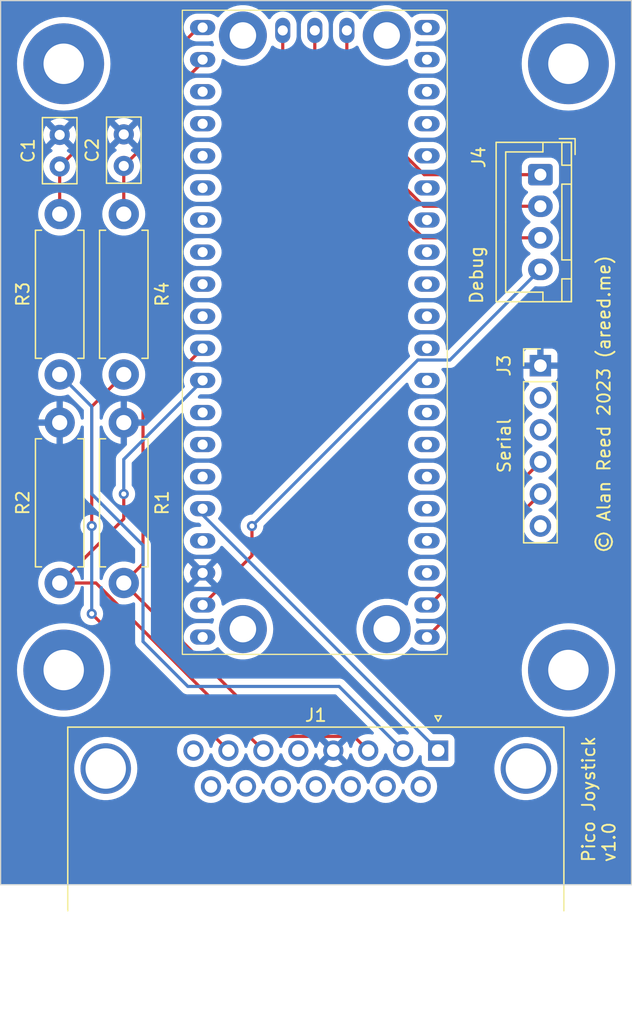
<source format=kicad_pcb>
(kicad_pcb (version 20221018) (generator pcbnew)
  (title_block (title "Pico Joystick PCB layout") (date "2023-04-10") (company "Alan Reed"))
  (layers (0 "F.Cu" signal) (31 "B.Cu" signal) (34 "B.Paste" user) (35 "F.Paste" user) (36 "B.SilkS" user "B.Silkscreen") (37 "F.SilkS" user "F.Silkscreen") (38 "B.Mask" user) (39 "F.Mask" user) (44 "Edge.Cuts" user))
  (net 0 "")
  (net 1 "Net-(U1-GP16)")
  (net 2 "GND")
  (net 3 "Net-(U1-GP17)")
  (net 4 "+3V3")
  (net 5 "Net-(J1-Pad2)")
  (net 6 "Net-(U1-GP26)")
  (net 8 "Net-(U1-GP27)")
  (net 9 "Net-(J1-Pad7)")
  (net 20 "Net-(J3-Pin_4)")
  (net 21 "Net-(J3-Pin_5)")
  (net 23 "Net-(J4-Pin_1)")
  (net 24 "Net-(J4-Pin_2)")
  (net 25 "Net-(J4-Pin_3)")
  (net 26 "Net-(J4-Pin_4)")
  (footprint "MountingHole:MountingHole_3.2mm_M3_Pad" (layer "F.Cu") (at 132.4 65)
    (fp_text reference "REF**" hide)
    (fp_text value "MountingHole_3.2mm_M3_Pad" hide)
    (pad "1" thru_hole circle (at 0 0) (size 6.4 6.4) (drill 3.2) (layers "*.Cu" "*.Mask"))
  )
  (footprint "Resistor_THT:R_Axial_DIN0411_L9.9mm_D3.6mm_P12.70mm_Horizontal" (layer "F.Cu") (at 137.16 106.11 90)
    (fp_text reference "R1" (at 6.35 3.04 90) (layer "F.SilkS"))
    (fp_text value "10k")
    (fp_line (start 1.28 -1.92) (end 11.42 -1.92) (stroke (width 0.12)) (layer "F.SilkS"))
    (fp_line (start 1.28 -1.44) (end 1.28 -1.92) (stroke (width 0.12)) (layer "F.SilkS"))
    (fp_line (start 1.28 1.44) (end 1.28 1.92) (stroke (width 0.12)) (layer "F.SilkS"))
    (fp_line (start 1.28 1.92) (end 11.42 1.92) (stroke (width 0.12)) (layer "F.SilkS"))
    (fp_line (start 11.42 -1.92) (end 11.42 -1.44) (stroke (width 0.12)) (layer "F.SilkS"))
    (fp_line (start 11.42 1.92) (end 11.42 1.44) (stroke (width 0.12)) (layer "F.SilkS"))
    (pad "1" thru_hole circle (at 0 0 90) (size 2.4 2.4) (drill 1.2) (layers "*.Cu" "*.Mask") (net 6 "Net-(U1-GP26)"))
    (pad "2" thru_hole oval (at 12.7 0 90) (size 2.4 2.4) (drill 1.2) (layers "*.Cu" "*.Mask") (net 2 "GND"))
  )
  (footprint "MountingHole:MountingHole_3.2mm_M3_Pad" (layer "F.Cu") (at 172.4 113)
    (fp_text reference "REF**" hide)
    (fp_text value "MountingHole_3.2mm_M3_Pad" hide)
    (pad "1" thru_hole circle (at 0 0) (size 6.4 6.4) (drill 3.2) (layers "*.Cu" "*.Mask"))
  )
  (footprint "Capacitor_THT:C_Disc_D5.0mm_W2.5mm_P2.50mm" (layer "F.Cu") (at 137.16 73.09 90)
    (fp_text reference "C2" (at 1.25 -2.5 90) (layer "F.SilkS"))
    (fp_text value "1n")
    (fp_line (start -1.37 -1.37) (end -1.37 1.37) (stroke (width 0.12)) (layer "F.SilkS"))
    (fp_line (start -1.37 -1.37) (end 3.87 -1.37) (stroke (width 0.12)) (layer "F.SilkS"))
    (fp_line (start -1.37 1.37) (end 3.87 1.37) (stroke (width 0.12)) (layer "F.SilkS"))
    (fp_line (start 3.87 -1.37) (end 3.87 1.37) (stroke (width 0.12)) (layer "F.SilkS"))
    (pad "1" thru_hole circle (at 0 0 90) (size 1.6 1.6) (drill 0.8) (layers "*.Cu" "*.Mask") (net 3 "Net-(U1-GP17)"))
    (pad "2" thru_hole circle (at 2.5 0 90) (size 1.6 1.6) (drill 0.8) (layers "*.Cu" "*.Mask") (net 2 "GND"))
  )
  (footprint "Capacitor_THT:C_Disc_D5.0mm_W2.5mm_P2.50mm" (layer "F.Cu") (at 132.08 73.13 90)
    (fp_text reference "C1" (at 1.25 -2.5 90) (layer "F.SilkS"))
    (fp_text value "1n")
    (fp_line (start -1.37 -1.37) (end -1.37 1.37) (stroke (width 0.12)) (layer "F.SilkS"))
    (fp_line (start -1.37 -1.37) (end 3.87 -1.37) (stroke (width 0.12)) (layer "F.SilkS"))
    (fp_line (start -1.37 1.37) (end 3.87 1.37) (stroke (width 0.12)) (layer "F.SilkS"))
    (fp_line (start 3.87 -1.37) (end 3.87 1.37) (stroke (width 0.12)) (layer "F.SilkS"))
    (pad "1" thru_hole circle (at 0 0 90) (size 1.6 1.6) (drill 0.8) (layers "*.Cu" "*.Mask") (net 1 "Net-(U1-GP16)"))
    (pad "2" thru_hole circle (at 2.5 0 90) (size 1.6 1.6) (drill 0.8) (layers "*.Cu" "*.Mask") (net 2 "GND"))
  )
  (footprint "Resistor_THT:R_Axial_DIN0411_L9.9mm_D3.6mm_P12.70mm_Horizontal" (layer "F.Cu") (at 132.08 89.6 90)
    (fp_text reference "R3" (at 6.35 -2.92 90) (layer "F.SilkS"))
    (fp_text value "1k")
    (fp_line (start 1.28 -1.92) (end 11.42 -1.92) (stroke (width 0.12)) (layer "F.SilkS"))
    (fp_line (start 1.28 -1.44) (end 1.28 -1.92) (stroke (width 0.12)) (layer "F.SilkS"))
    (fp_line (start 1.28 1.44) (end 1.28 1.92) (stroke (width 0.12)) (layer "F.SilkS"))
    (fp_line (start 1.28 1.92) (end 11.42 1.92) (stroke (width 0.12)) (layer "F.SilkS"))
    (fp_line (start 11.42 -1.92) (end 11.42 -1.44) (stroke (width 0.12)) (layer "F.SilkS"))
    (fp_line (start 11.42 1.92) (end 11.42 1.44) (stroke (width 0.12)) (layer "F.SilkS"))
    (pad "1" thru_hole circle (at 0 0 90) (size 2.4 2.4) (drill 1.2) (layers "*.Cu" "*.Mask") (net 5 "Net-(J1-Pad2)"))
    (pad "2" thru_hole oval (at 12.7 0 90) (size 2.4 2.4) (drill 1.2) (layers "*.Cu" "*.Mask") (net 1 "Net-(U1-GP16)"))
  )
  (footprint "Resistor_THT:R_Axial_DIN0411_L9.9mm_D3.6mm_P12.70mm_Horizontal" (layer "F.Cu") (at 132.08 106.11 90)
    (fp_text reference "R2" (at 6.35 -2.92 90) (layer "F.SilkS"))
    (fp_text value "10k")
    (fp_line (start 1.28 -1.92) (end 11.42 -1.92) (stroke (width 0.12)) (layer "F.SilkS"))
    (fp_line (start 1.28 -1.44) (end 1.28 -1.92) (stroke (width 0.12)) (layer "F.SilkS"))
    (fp_line (start 1.28 1.44) (end 1.28 1.92) (stroke (width 0.12)) (layer "F.SilkS"))
    (fp_line (start 1.28 1.92) (end 11.42 1.92) (stroke (width 0.12)) (layer "F.SilkS"))
    (fp_line (start 11.42 -1.92) (end 11.42 -1.44) (stroke (width 0.12)) (layer "F.SilkS"))
    (fp_line (start 11.42 1.92) (end 11.42 1.44) (stroke (width 0.12)) (layer "F.SilkS"))
    (pad "1" thru_hole circle (at 0 0 90) (size 2.4 2.4) (drill 1.2) (layers "*.Cu" "*.Mask") (net 8 "Net-(U1-GP27)"))
    (pad "2" thru_hole oval (at 12.7 0 90) (size 2.4 2.4) (drill 1.2) (layers "*.Cu" "*.Mask") (net 2 "GND"))
  )
  (footprint "MountingHole:MountingHole_3.2mm_M3_Pad" (layer "F.Cu") (at 172.4 65)
    (fp_text reference "REF**" hide)
    (fp_text value "MountingHole_3.2mm_M3_Pad" hide)
    (pad "1" thru_hole circle (at 0 0) (size 6.4 6.4) (drill 3.2) (layers "*.Cu" "*.Mask"))
  )
  (footprint "Connector_JST:JST_XH_B4B-XH-A_1x04_P2.50mm_Vertical" (layer "F.Cu") (at 170.18 73.78 -90)
    (fp_text reference "J4" (at -1.38 4.88 90) (layer "F.SilkS"))
    (fp_text value "Debug")
    (fp_line (start -2.85 -2.75) (end -2.85 -1.5) (stroke (width 0.12)) (layer "F.SilkS"))
    (fp_line (start -2.56 -2.46) (end -2.56 3.51) (stroke (width 0.12)) (layer "F.SilkS"))
    (fp_line (start -2.56 3.51) (end 10.06 3.51) (stroke (width 0.12)) (layer "F.SilkS"))
    (fp_line (start -2.55 -2.45) (end -2.55 -1.7) (stroke (width 0.12)) (layer "F.SilkS"))
    (fp_line (start -2.55 -1.7) (end -0.75 -1.7) (stroke (width 0.12)) (layer "F.SilkS"))
    (fp_line (start -2.55 -0.2) (end -1.8 -0.2) (stroke (width 0.12)) (layer "F.SilkS"))
    (fp_line (start -1.8 -0.2) (end -1.8 2.75) (stroke (width 0.12)) (layer "F.SilkS"))
    (fp_line (start -1.8 2.75) (end 3.75 2.75) (stroke (width 0.12)) (layer "F.SilkS"))
    (fp_line (start -1.6 -2.75) (end -2.85 -2.75) (stroke (width 0.12)) (layer "F.SilkS"))
    (fp_line (start -0.75 -2.45) (end -2.55 -2.45) (stroke (width 0.12)) (layer "F.SilkS"))
    (fp_line (start -0.75 -1.7) (end -0.75 -2.45) (stroke (width 0.12)) (layer "F.SilkS"))
    (fp_line (start 0.75 -2.45) (end 0.75 -1.7) (stroke (width 0.12)) (layer "F.SilkS"))
    (fp_line (start 0.75 -1.7) (end 6.75 -1.7) (stroke (width 0.12)) (layer "F.SilkS"))
    (fp_line (start 6.75 -2.45) (end 0.75 -2.45) (stroke (width 0.12)) (layer "F.SilkS"))
    (fp_line (start 6.75 -1.7) (end 6.75 -2.45) (stroke (width 0.12)) (layer "F.SilkS"))
    (fp_line (start 8.25 -2.45) (end 8.25 -1.7) (stroke (width 0.12)) (layer "F.SilkS"))
    (fp_line (start 8.25 -1.7) (end 10.05 -1.7) (stroke (width 0.12)) (layer "F.SilkS"))
    (fp_line (start 9.3 -0.2) (end 9.3 2.75) (stroke (width 0.12)) (layer "F.SilkS"))
    (fp_line (start 9.3 2.75) (end 3.75 2.75) (stroke (width 0.12)) (layer "F.SilkS"))
    (fp_line (start 10.05 -2.45) (end 8.25 -2.45) (stroke (width 0.12)) (layer "F.SilkS"))
    (fp_line (start 10.05 -1.7) (end 10.05 -2.45) (stroke (width 0.12)) (layer "F.SilkS"))
    (fp_line (start 10.05 -0.2) (end 9.3 -0.2) (stroke (width 0.12)) (layer "F.SilkS"))
    (fp_line (start 10.06 -2.46) (end -2.56 -2.46) (stroke (width 0.12)) (layer "F.SilkS"))
    (fp_line (start 10.06 3.51) (end 10.06 -2.46) (stroke (width 0.12)) (layer "F.SilkS"))
    (pad "1" thru_hole roundrect (at 0 0 270) (size 1.7 1.95) (drill 0.95) (layers "*.Cu" "*.Mask") (roundrect_rratio 0.147059) (net 23 "Net-(J4-Pin_1)"))
    (pad "2" thru_hole oval (at 2.5 0 270) (size 1.7 1.95) (drill 0.95) (layers "*.Cu" "*.Mask") (net 24 "Net-(J4-Pin_2)"))
    (pad "3" thru_hole oval (at 5 0 270) (size 1.7 1.95) (drill 0.95) (layers "*.Cu" "*.Mask") (net 25 "Net-(J4-Pin_3)"))
    (pad "4" thru_hole oval (at 7.5 0 270) (size 1.7 1.95) (drill 0.95) (layers "*.Cu" "*.Mask") (net 26 "Net-(J4-Pin_4)"))
  )
  (footprint "pi_pico:Pi_Pico" (layer "F.Cu") (at 162.8 111.76 180)
    (fp_text reference "U1" hide)
    (fp_text value "Raspberry Pi Pico")
    (fp_rect (start 0 0) (end 21 51) (stroke (width 0.1)) (fill none) (layer "F.SilkS"))
    (pad "" np_thru_hole circle (at 4.8 2 180) (size 3.8 3.8) (drill 2.1) (layers "F&B.Cu" "*.Mask"))
    (pad "" np_thru_hole circle (at 4.8 49 180) (size 3.8 3.8) (drill 2.1) (layers "F&B.Cu" "*.Mask"))
    (pad "" np_thru_hole circle (at 16.2 2 180) (size 3.8 3.8) (drill 2.1) (layers "F&B.Cu" "*.Mask"))
    (pad "" np_thru_hole circle (at 16.2 49 180) (size 3.8 3.8) (drill 2.1) (layers "F&B.Cu" "*.Mask"))
    (pad "1" thru_hole oval (at 1.61 1.37 90) (size 1.2 2) (drill 0.8) (layers "*.Cu" "*.Mask") (net 21 "Net-(J3-Pin_5)"))
    (pad "2" thru_hole oval (at 1.61 3.91 90) (size 1.2 2) (drill 0.8) (layers "*.Cu" "*.Mask") (net 20 "Net-(J3-Pin_4)"))
    (pad "3" thru_hole oval (at 1.61 6.45 90) (size 1.2 2) (drill 0.8) (layers "*.Cu" "*.Mask"))
    (pad "4" thru_hole oval (at 1.61 8.99 90) (size 1.2 2) (drill 0.8) (layers "*.Cu" "*.Mask"))
    (pad "5" thru_hole oval (at 1.61 11.53 90) (size 1.2 2) (drill 0.8) (layers "*.Cu" "*.Mask"))
    (pad "6" thru_hole oval (at 1.61 14.07 90) (size 1.2 2) (drill 0.8) (layers "*.Cu" "*.Mask"))
    (pad "7" thru_hole oval (at 1.61 16.61 90) (size 1.2 2) (drill 0.8) (layers "*.Cu" "*.Mask"))
    (pad "8" thru_hole oval (at 1.61 19.15 90) (size 1.2 2) (drill 0.8) (layers "*.Cu" "*.Mask"))
    (pad "9" thru_hole oval (at 1.61 21.69 90) (size 1.2 2) (drill 0.8) (layers "*.Cu" "*.Mask"))
    (pad "10" thru_hole oval (at 1.61 24.23 90) (size 1.2 2) (drill 0.8) (layers "*.Cu" "*.Mask"))
    (pad "11" thru_hole oval (at 1.61 26.77 90) (size 1.2 2) (drill 0.8) (layers "*.Cu" "*.Mask"))
    (pad "12" thru_hole oval (at 1.61 29.31 90) (size 1.2 2) (drill 0.8) (layers "*.Cu" "*.Mask"))
    (pad "13" thru_hole oval (at 1.61 31.85 90) (size 1.2 2) (drill 0.8) (layers "*.Cu" "*.Mask"))
    (pad "14" thru_hole oval (at 1.61 34.39 90) (size 1.2 2) (drill 0.8) (layers "*.Cu" "*.Mask"))
    (pad "15" thru_hole oval (at 1.61 36.93 90) (size 1.2 2) (drill 0.8) (layers "*.Cu" "*.Mask"))
    (pad "16" thru_hole oval (at 1.61 39.47 90) (size 1.2 2) (drill 0.8) (layers "*.Cu" "*.Mask"))
    (pad "17" thru_hole oval (at 1.61 42.01 90) (size 1.2 2) (drill 0.8) (layers "*.Cu" "*.Mask"))
    (pad "18" thru_hole oval (at 1.61 44.55 90) (size 1.2 2) (drill 0.8) (layers "*.Cu" "*.Mask"))
    (pad "19" thru_hole oval (at 1.61 47.09 90) (size 1.2 2) (drill 0.8) (layers "*.Cu" "*.Mask"))
    (pad "20" thru_hole oval (at 1.61 49.63 90) (size 1.2 2) (drill 0.8) (layers "*.Cu" "*.Mask"))
    (pad "21" thru_hole oval (at 19.39 49.63 90) (size 1.2 2) (drill 0.8) (layers "*.Cu" "*.Mask") (net 1 "Net-(U1-GP16)"))
    (pad "22" thru_hole oval (at 19.39 47.09 90) (size 1.2 2) (drill 0.8) (layers "*.Cu" "*.Mask") (net 3 "Net-(U1-GP17)"))
    (pad "23" thru_hole oval (at 19.39 44.55 90) (size 1.2 2) (drill 0.8) (layers "*.Cu" "*.Mask"))
    (pad "24" thru_hole oval (at 19.39 42.01 90) (size 1.2 2) (drill 0.8) (layers "*.Cu" "*.Mask"))
    (pad "25" thru_hole oval (at 19.39 39.47 90) (size 1.2 2) (drill 0.8) (layers "*.Cu" "*.Mask"))
    (pad "26" thru_hole oval (at 19.39 36.93 90) (size 1.2 2) (drill 0.8) (layers "*.Cu" "*.Mask"))
    (pad "27" thru_hole oval (at 19.39 34.39 90) (size 1.2 2) (drill 0.8) (layers "*.Cu" "*.Mask"))
    (pad "28" thru_hole oval (at 19.39 31.85 90) (size 1.2 2) (drill 0.8) (layers "*.Cu" "*.Mask"))
    (pad "29" thru_hole oval (at 19.39 29.31 90) (size 1.2 2) (drill 0.8) (layers "*.Cu" "*.Mask"))
    (pad "30" thru_hole oval (at 19.39 26.77 90) (size 1.2 2) (drill 0.8) (layers "*.Cu" "*.Mask"))
    (pad "31" thru_hole oval (at 19.39 24.23 90) (size 1.2 2) (drill 0.8) (layers "*.Cu" "*.Mask") (net 6 "Net-(U1-GP26)"))
    (pad "32" thru_hole oval (at 19.39 21.69 90) (size 1.2 2) (drill 0.8) (layers "*.Cu" "*.Mask") (net 8 "Net-(U1-GP27)"))
    (pad "33" thru_hole oval (at 19.39 19.15 90) (size 1.2 2) (drill 0.8) (layers "*.Cu" "*.Mask"))
    (pad "34" thru_hole oval (at 19.39 16.61 90) (size 1.2 2) (drill 0.8) (layers "*.Cu" "*.Mask"))
    (pad "35" thru_hole oval (at 19.39 14.07 90) (size 1.2 2) (drill 0.8) (layers "*.Cu" "*.Mask"))
    (pad "36" thru_hole oval (at 19.39 11.53 90) (size 1.2 2) (drill 0.8) (layers "*.Cu" "*.Mask") (net 4 "+3V3"))
    (pad "37" thru_hole oval (at 19.39 8.99 90) (size 1.2 2) (drill 0.8) (layers "*.Cu" "*.Mask"))
    (pad "38" thru_hole oval (at 19.39 6.45 90) (size 1.2 2) (drill 0.8) (layers "*.Cu" "*.Mask") (net 2 "GND"))
    (pad "39" thru_hole oval (at 19.39 3.91 90) (size 1.2 2) (drill 0.8) (layers "*.Cu" "*.Mask") (net 26 "Net-(J4-Pin_4)"))
    (pad "40" thru_hole oval (at 19.39 1.37 90) (size 1.2 2) (drill 0.8) (layers "*.Cu" "*.Mask"))
    (pad "41" thru_hole oval (at 7.96 49.4 180) (size 1.2 2) (drill 0.8) (layers "*.Cu" "*.Mask") (net 23 "Net-(J4-Pin_1)"))
    (pad "42" thru_hole oval (at 10.5 49.4 180) (size 1.2 2) (drill 0.8) (layers "*.Cu" "*.Mask") (net 24 "Net-(J4-Pin_2)"))
    (pad "43" thru_hole oval (at 13.04 49.4 180) (size 1.2 2) (drill 0.8) (layers "*.Cu" "*.Mask") (net 25 "Net-(J4-Pin_3)"))
  )
  (footprint "Connector_PinHeader_2.54mm:PinHeader_1x06_P2.54mm_Vertical" (layer "F.Cu") (at 170.18 88.9)
    (fp_text reference "J3" (at -2.88 0 90) (layer "F.SilkS"))
    (fp_text value "Serial")
    (fp_line (start -1.33 -1.33) (end 0 -1.33) (stroke (width 0.12)) (layer "F.SilkS"))
    (fp_line (start -1.33 0) (end -1.33 -1.33) (stroke (width 0.12)) (layer "F.SilkS"))
    (fp_line (start -1.33 1.27) (end -1.33 14.03) (stroke (width 0.12)) (layer "F.SilkS"))
    (fp_line (start -1.33 1.27) (end 1.33 1.27) (stroke (width 0.12)) (layer "F.SilkS"))
    (fp_line (start -1.33 14.03) (end 1.33 14.03) (stroke (width 0.12)) (layer "F.SilkS"))
    (fp_line (start 1.33 1.27) (end 1.33 14.03) (stroke (width 0.12)) (layer "F.SilkS"))
    (pad "1" thru_hole rect (at 0 0) (size 1.7 1.7) (drill 1) (layers "*.Cu" "*.Mask") (net 2 "GND"))
    (pad "2" thru_hole oval (at 0 2.54) (size 1.7 1.7) (drill 1) (layers "*.Cu" "*.Mask"))
    (pad "3" thru_hole oval (at 0 5.08) (size 1.7 1.7) (drill 1) (layers "*.Cu" "*.Mask"))
    (pad "4" thru_hole oval (at 0 7.62) (size 1.7 1.7) (drill 1) (layers "*.Cu" "*.Mask") (net 20 "Net-(J3-Pin_4)"))
    (pad "5" thru_hole oval (at 0 10.16) (size 1.7 1.7) (drill 1) (layers "*.Cu" "*.Mask") (net 21 "Net-(J3-Pin_5)"))
    (pad "6" thru_hole oval (at 0 12.7) (size 1.7 1.7) (drill 1) (layers "*.Cu" "*.Mask"))
  )
  (footprint "Resistor_THT:R_Axial_DIN0411_L9.9mm_D3.6mm_P12.70mm_Horizontal" (layer "F.Cu") (at 137.16 89.6 90)
    (fp_text reference "R4" (at 6.35 3.04 90) (layer "F.SilkS"))
    (fp_text value "1k")
    (fp_line (start 1.28 -1.92) (end 11.42 -1.92) (stroke (width 0.12)) (layer "F.SilkS"))
    (fp_line (start 1.28 -1.44) (end 1.28 -1.92) (stroke (width 0.12)) (layer "F.SilkS"))
    (fp_line (start 1.28 1.44) (end 1.28 1.92) (stroke (width 0.12)) (layer "F.SilkS"))
    (fp_line (start 1.28 1.92) (end 11.42 1.92) (stroke (width 0.12)) (layer "F.SilkS"))
    (fp_line (start 11.42 -1.92) (end 11.42 -1.44) (stroke (width 0.12)) (layer "F.SilkS"))
    (fp_line (start 11.42 1.92) (end 11.42 1.44) (stroke (width 0.12)) (layer "F.SilkS"))
    (pad "1" thru_hole circle (at 0 0 90) (size 2.4 2.4) (drill 1.2) (layers "*.Cu" "*.Mask") (net 9 "Net-(J1-Pad7)"))
    (pad "2" thru_hole oval (at 12.7 0 90) (size 2.4 2.4) (drill 1.2) (layers "*.Cu" "*.Mask") (net 3 "Net-(U1-GP17)"))
  )
  (footprint "MountingHole:MountingHole_3.2mm_M3_Pad" (layer "F.Cu") (at 132.4 113)
    (fp_text reference "REF**" hide)
    (fp_text value "MountingHole_3.2mm_M3_Pad" hide)
    (pad "1" thru_hole circle (at 0 0) (size 6.4 6.4) (drill 3.2) (layers "*.Cu" "*.Mask"))
  )
  (footprint "Connector_Dsub:DSUB-15_Female_Horizontal_P2.77x2.84mm_EdgePinOffset9.90mm_Housed_MountingHolesOffset11.32mm" (layer "F.Cu") (at 162.075 119.38)
    (fp_text reference "J1" (at -9.695 -2.8) (layer "F.SilkS"))
    (fp_text value "Gameport socket")
    (fp_line (start -29.355 -1.86) (end 9.965 -1.86) (stroke (width 0.12)) (layer "F.SilkS"))
    (fp_line (start -29.355 12.68) (end -29.355 -1.86) (stroke (width 0.12)) (layer "F.SilkS"))
    (fp_line (start -0.25 -2.754338) (end 0.25 -2.754338) (stroke (width 0.12)) (layer "F.SilkS"))
    (fp_line (start 0 -2.321325) (end -0.25 -2.754338) (stroke (width 0.12)) (layer "F.SilkS"))
    (fp_line (start 0.25 -2.754338) (end 0 -2.321325) (stroke (width 0.12)) (layer "F.SilkS"))
    (fp_line (start 9.965 -1.86) (end 9.965 12.68) (stroke (width 0.12)) (layer "F.SilkS"))
    (pad "0" thru_hole circle (at -26.345 1.42) (size 4 4) (drill 3.2) (layers "*.Cu" "*.Mask"))
    (pad "0" thru_hole circle (at 6.955 1.42) (size 4 4) (drill 3.2) (layers "*.Cu" "*.Mask"))
    (pad "1" thru_hole rect (at 0 0) (size 1.6 1.6) (drill 1) (layers "*.Cu" "*.Mask") (net 4 "+3V3"))
    (pad "2" thru_hole circle (at -2.77 0) (size 1.6 1.6) (drill 1) (layers "*.Cu" "*.Mask") (net 5 "Net-(J1-Pad2)"))
    (pad "3" thru_hole circle (at -5.54 0) (size 1.6 1.6) (drill 1) (layers "*.Cu" "*.Mask") (net 6 "Net-(U1-GP26)"))
    (pad "4" thru_hole circle (at -8.31 0) (size 1.6 1.6) (drill 1) (layers "*.Cu" "*.Mask") (net 2 "GND"))
    (pad "5" thru_hole circle (at -11.08 0) (size 1.6 1.6) (drill 1) (layers "*.Cu" "*.Mask"))
    (pad "6" thru_hole circle (at -13.85 0) (size 1.6 1.6) (drill 1) (layers "*.Cu" "*.Mask") (net 8 "Net-(U1-GP27)"))
    (pad "7" thru_hole circle (at -16.62 0) (size 1.6 1.6) (drill 1) (layers "*.Cu" "*.Mask") (net 9 "Net-(J1-Pad7)"))
    (pad "8" thru_hole circle (at -19.39 0) (size 1.6 1.6) (drill 1) (layers "*.Cu" "*.Mask"))
    (pad "9" thru_hole circle (at -1.385 2.84) (size 1.6 1.6) (drill 1) (layers "*.Cu" "*.Mask"))
    (pad "10" thru_hole circle (at -4.155 2.84) (size 1.6 1.6) (drill 1) (layers "*.Cu" "*.Mask"))
    (pad "11" thru_hole circle (at -6.925 2.84) (size 1.6 1.6) (drill 1) (layers "*.Cu" "*.Mask"))
    (pad "12" thru_hole circle (at -9.695 2.84) (size 1.6 1.6) (drill 1) (layers "*.Cu" "*.Mask"))
    (pad "13" thru_hole circle (at -12.465 2.84) (size 1.6 1.6) (drill 1) (layers "*.Cu" "*.Mask"))
    (pad "14" thru_hole circle (at -15.235 2.84) (size 1.6 1.6) (drill 1) (layers "*.Cu" "*.Mask"))
    (pad "15" thru_hole circle (at -18.005 2.84) (size 1.6 1.6) (drill 1) (layers "*.Cu" "*.Mask"))
  )
  (gr_rect (start 127.4 60) (end 177.4 130) (stroke (width 0.1)) (fill none) (layer "Edge.Cuts"))
  (gr_text "© Alan Reed 2023 (areed.me)" (at 175.8 103.8 90) (layer "F.SilkS") (effects (font (size 1 1)) (justify left bottom)))
  (gr_text "Debug" (at 165.7 84.1 90) (layer "F.SilkS") (effects (font (size 1 1)) (justify left bottom)))
  (gr_text "Pico Joystick \nv1.0" (at 176.2 128.3 90) (layer "F.SilkS") (effects (font (size 1 1)) (justify left bottom)))
  (gr_text "Serial" (at 167.9 97.5 90) (layer "F.SilkS") (effects (font (size 1 1)) (justify left bottom)))
  (segment (start 132.08 73.13) (end 143.08 62.13) (width 0.25) (layer "F.Cu") (net 1))
  (segment (start 143.08 62.13) (end 143.41 62.13) (width 0.25) (layer "F.Cu") (net 1))
  (segment (start 132.08 73.13) (end 132.08 76.9) (width 0.25) (layer "F.Cu") (net 1))
  (segment (start 137.16 73.09) (end 139.7 70.55) (width 0.25) (layer "F.Cu") (net 3))
  (segment (start 137.16 73.09) (end 137.16 76.9) (width 0.25) (layer "F.Cu") (net 3))
  (segment (start 139.7 70.55) (end 139.7 68.58) (width 0.25) (layer "F.Cu") (net 3))
  (segment (start 143.41 64.87) (end 143.41 64.67) (width 0.25) (layer "F.Cu") (net 3))
  (segment (start 139.7 68.58) (end 143.41 64.87) (width 0.25) (layer "F.Cu") (net 3))
  (segment (start 143.41 100.23) (end 143.41 100.715) (width 0.25) (layer "B.Cu") (net 4))
  (segment (start 143.41 100.715) (end 162.075 119.38) (width 0.25) (layer "B.Cu") (net 4))
  (segment (start 159.305 119.38) (end 154.225 114.3) (width 0.25) (layer "B.Cu") (net 5))
  (segment (start 142.24 114.3) (end 138.685 110.745) (width 0.25) (layer "B.Cu") (net 5))
  (segment (start 154.225 114.3) (end 142.24 114.3) (width 0.25) (layer "B.Cu") (net 5))
  (segment (start 138.685 103.125) (end 134.62 99.06) (width 0.25) (layer "B.Cu") (net 5))
  (segment (start 134.62 99.06) (end 134.62 92.14) (width 0.25) (layer "B.Cu") (net 5))
  (segment (start 134.62 92.14) (end 132.08 89.6) (width 0.25) (layer "B.Cu") (net 5))
  (segment (start 138.685 110.745) (end 138.685 103.125) (width 0.25) (layer "B.Cu") (net 5))
  (segment (start 138.685 104.585) (end 138.685 92.255) (width 0.25) (layer "F.Cu") (net 6))
  (segment (start 155.41 118.255) (end 156.535 119.38) (width 0.25) (layer "F.Cu") (net 6))
  (segment (start 137.16 106.11) (end 149.305 118.255) (width 0.25) (layer "F.Cu") (net 6))
  (segment (start 138.685 92.255) (end 143.41 87.53) (width 0.25) (layer "F.Cu") (net 6))
  (segment (start 137.16 106.11) (end 138.685 104.585) (width 0.25) (layer "F.Cu") (net 6))
  (segment (start 149.305 118.255) (end 155.41 118.255) (width 0.25) (layer "F.Cu") (net 6))
  (segment (start 132.08 106.11) (end 134.955 106.11) (width 0.25) (layer "F.Cu") (net 8))
  (segment (start 134.955 106.11) (end 148.225 119.38) (width 0.25) (layer "F.Cu") (net 8))
  (segment (start 137.16 99.06) (end 137.16 101.03) (width 0.25) (layer "F.Cu") (net 8))
  (segment (start 137.16 101.03) (end 132.08 106.11) (width 0.25) (layer "F.Cu") (net 8))
  (via (at 137.16 99.06) (size 0.8) (drill 0.4) (layers "F.Cu" "B.Cu") (net 8))
  (segment (start 143.41 90.07) (end 137.16 96.32) (width 0.25) (layer "B.Cu") (net 8))
  (segment (start 137.16 96.32) (end 137.16 99.06) (width 0.25) (layer "B.Cu") (net 8))
  (segment (start 134.62 92.14) (end 137.16 89.6) (width 0.25) (layer "F.Cu") (net 9))
  (segment (start 145.455 119.38) (end 134.62 108.545) (width 0.25) (layer "F.Cu") (net 9))
  (segment (start 134.62 101.6) (end 134.62 92.14) (width 0.25) (layer "F.Cu") (net 9))
  (via (at 134.62 101.6) (size 0.8) (drill 0.4) (layers "F.Cu" "B.Cu") (net 9))
  (via (at 134.62 108.545) (size 0.8) (drill 0.4) (layers "F.Cu" "B.Cu") (net 9))
  (segment (start 134.62 108.545) (end 134.62 101.6) (width 0.25) (layer "B.Cu") (net 9))
  (segment (start 165.1 101.6) (end 170.18 96.52) (width 0.25) (layer "F.Cu") (net 20))
  (segment (start 165.1 104.14) (end 165.1 101.6) (width 0.25) (layer "F.Cu") (net 20))
  (segment (start 161.39 107.85) (end 165.1 104.14) (width 0.25) (layer "F.Cu") (net 20))
  (segment (start 161.19 107.85) (end 161.39 107.85) (width 0.25) (layer "F.Cu") (net 20))
  (segment (start 167.64 101.6) (end 170.18 99.06) (width 0.25) (layer "F.Cu") (net 21))
  (segment (start 161.19 110.39) (end 167.64 103.94) (width 0.25) (layer "F.Cu") (net 21))
  (segment (start 167.64 103.94) (end 167.64 101.6) (width 0.25) (layer "F.Cu") (net 21))
  (segment (start 160.971852 73.78) (end 154.84 67.648148) (width 0.25) (layer "F.Cu") (net 23))
  (segment (start 170.18 73.78) (end 160.971852 73.78) (width 0.25) (layer "F.Cu") (net 23))
  (segment (start 154.84 67.648148) (end 154.84 62.36) (width 0.25) (layer "F.Cu") (net 23))
  (segment (start 152.3 62.36) (end 152.3 67.648148) (width 0.25) (layer "F.Cu") (net 24))
  (segment (start 152.3 67.648148) (end 160.931852 76.28) (width 0.25) (layer "F.Cu") (net 24))
  (segment (start 160.931852 76.28) (end 170.18 76.28) (width 0.25) (layer "F.Cu") (net 24))
  (segment (start 149.76 67.648148) (end 160.891852 78.78) (width 0.25) (layer "F.Cu") (net 25))
  (segment (start 160.891852 78.78) (end 170.18 78.78) (width 0.25) (layer "F.Cu") (net 25))
  (segment (start 149.76 62.36) (end 149.76 67.648148) (width 0.25) (layer "F.Cu") (net 25))
  (segment (start 147.32 103.94) (end 147.32 101.6) (width 0.25) (layer "F.Cu") (net 26))
  (segment (start 143.41 107.85) (end 147.32 103.94) (width 0.25) (layer "F.Cu") (net 26))
  (via (at 147.32 101.6) (size 0.8) (drill 0.4) (layers "F.Cu" "B.Cu") (net 26))
  (segment (start 147.32 101.6) (end 160.465 88.455) (width 0.25) (layer "B.Cu") (net 26))
  (segment (start 160.465 88.455) (end 163.005 88.455) (width 0.25) (layer "B.Cu") (net 26))
  (segment (start 163.005 88.455) (end 170.18 81.28) (width 0.25) (layer "B.Cu") (net 26))
  (zone (net 2) (net_name "GND") (layer "B.Cu") (connect_pads (clearance 0.5)) (min_thickness 0.25) (fill yes (thermal_gap 0.5) (thermal_bridge_width 0.5))
    (polygon (pts (xy 127.4 60) (xy 177.4 60) (xy 177.4 130) (xy 127.4 130)))
  )
)
</source>
